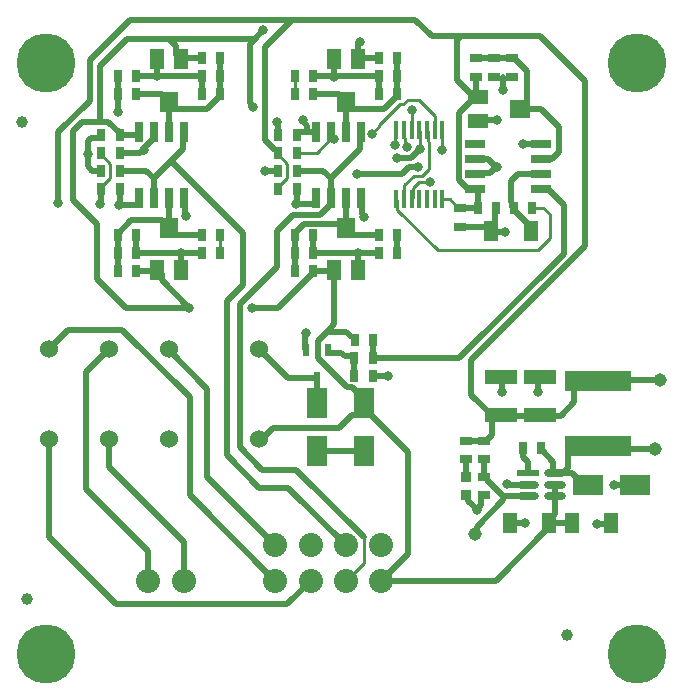
<source format=gtl>
G04*
G04 #@! TF.GenerationSoftware,Altium Limited,Altium Designer,21.6.4 (81)*
G04*
G04 Layer_Physical_Order=1*
G04 Layer_Color=255*
%FSLAX25Y25*%
%MOIN*%
G70*
G04*
G04 #@! TF.SameCoordinates,D17FD3BD-2CFD-4191-9111-5C193D633D97*
G04*
G04*
G04 #@! TF.FilePolarity,Positive*
G04*
G01*
G75*
%ADD10C,0.01000*%
%ADD14R,0.03000X0.04000*%
%ADD15R,0.04700X0.07100*%
%ADD16R,0.07000X0.02500*%
%ADD17R,0.01772X0.06000*%
%ADD18R,0.04000X0.03000*%
%ADD19R,0.07000X0.05000*%
%ADD20R,0.07000X0.06300*%
%ADD21R,0.05000X0.07000*%
%ADD22R,0.06300X0.07000*%
%ADD23R,0.02500X0.07000*%
%ADD24R,0.03500X0.03500*%
%ADD25R,0.11024X0.05118*%
%ADD26C,0.04500*%
%ADD27R,0.22441X0.07087*%
%ADD28R,0.07301X0.02410*%
G04:AMPARAMS|DCode=29|XSize=73.01mil|YSize=24.1mil|CornerRadius=12.05mil|HoleSize=0mil|Usage=FLASHONLY|Rotation=0.000|XOffset=0mil|YOffset=0mil|HoleType=Round|Shape=RoundedRectangle|*
%AMROUNDEDRECTD29*
21,1,0.07301,0.00000,0,0,0.0*
21,1,0.04891,0.02410,0,0,0.0*
1,1,0.02410,0.02445,0.00000*
1,1,0.02410,-0.02445,0.00000*
1,1,0.02410,-0.02445,0.00000*
1,1,0.02410,0.02445,0.00000*
%
%ADD29ROUNDEDRECTD29*%
%ADD30R,0.09843X0.06693*%
%ADD31R,0.06693X0.09843*%
%ADD32R,0.02362X0.03937*%
%ADD33C,0.03937*%
%ADD60C,0.02000*%
%ADD61C,0.02000*%
%ADD62C,0.19685*%
%ADD63C,0.08000*%
%ADD64C,0.06000*%
%ADD65C,0.03150*%
D10*
X368720Y381747D02*
X370925Y383953D01*
X374453D02*
X374500Y384000D01*
X370925Y383953D02*
X374453D01*
X368720Y378582D02*
Y381747D01*
X365787Y382709D02*
X369004Y385925D01*
X366161Y396725D02*
X366729Y396157D01*
X362920Y396402D02*
Y400735D01*
X362612Y396094D02*
X362920Y396402D01*
X369004Y385925D02*
X371774D01*
X374186Y388337D01*
X362920Y400735D02*
X363228Y401043D01*
X366161Y396725D02*
Y398543D01*
X366729Y395575D02*
Y396157D01*
X374186Y388337D02*
Y397139D01*
X355230Y399771D02*
Y400023D01*
X357279Y402779D02*
X364326Y409826D01*
X355230Y400023D02*
X357279Y402072D01*
Y402779D01*
X341406Y398376D02*
X342364D01*
X342581Y398159D01*
X370988Y394916D02*
X371070Y394834D01*
X370988Y394916D02*
Y400961D01*
X370905Y401043D02*
X370988Y400961D01*
X373464Y401043D02*
X373838Y400670D01*
Y397486D02*
Y400670D01*
Y397486D02*
X374186Y397139D01*
X365787Y378209D02*
Y382709D01*
X368423Y401120D02*
Y407923D01*
X368347Y401043D02*
X368423Y401120D01*
Y407923D02*
X368500Y408000D01*
X370720Y411280D02*
X376024Y405976D01*
X364326Y409826D02*
X365568D01*
X367021Y411280D02*
X370720D01*
X365568Y409826D02*
X367021Y411280D01*
X365787Y398917D02*
Y401043D01*
Y398917D02*
X366161Y398543D01*
X337030Y394000D02*
X341406Y398376D01*
X376024Y401043D02*
Y405976D01*
X336655Y393626D02*
X337030Y394000D01*
X341406Y398376D02*
Y400626D01*
X330029Y393626D02*
X336655D01*
X323782Y381626D02*
Y382126D01*
X326905Y385250D01*
X323782Y393126D02*
Y393626D01*
X326905Y385250D02*
Y390002D01*
X323782Y393126D02*
X326905Y390002D01*
X378405Y394626D02*
X378494Y394715D01*
Y400955D01*
X378583Y401043D01*
X410433Y361221D02*
X414370Y365158D01*
X363601Y374670D02*
X377051Y361221D01*
X410433D01*
X380968Y378209D02*
X382906Y376272D01*
Y376250D02*
Y376272D01*
X408529Y375126D02*
X412276D01*
X414370Y365158D02*
Y373031D01*
X412276Y375126D02*
X414370Y373031D01*
X378583Y378209D02*
X380968D01*
X382906Y376250D02*
X383906Y375250D01*
X368347Y378209D02*
X368720Y378582D01*
X363228Y378209D02*
X363601Y377836D01*
Y374670D02*
Y377836D01*
X329282Y413126D02*
Y419126D01*
X264782Y381626D02*
Y382126D01*
X267905Y385250D01*
X264782Y393126D02*
Y393626D01*
Y393126D02*
X267905Y390002D01*
Y385250D02*
Y390002D01*
X304529Y360126D02*
Y366126D01*
X352362Y256890D02*
Y265383D01*
X346457Y250984D02*
X352362Y256890D01*
D14*
X390282Y375126D02*
D03*
X396529D02*
D03*
X408529D02*
D03*
X402282D02*
D03*
X363529Y413126D02*
D03*
X357282D02*
D03*
Y419126D02*
D03*
X363529D02*
D03*
Y425126D02*
D03*
X357282D02*
D03*
X363529Y366126D02*
D03*
X357282D02*
D03*
X363529Y360126D02*
D03*
X357282D02*
D03*
X335529Y413126D02*
D03*
X329282D02*
D03*
X335529Y419126D02*
D03*
X329282D02*
D03*
Y354126D02*
D03*
X335529D02*
D03*
Y360126D02*
D03*
X329282D02*
D03*
X323782Y399626D02*
D03*
X330029D02*
D03*
Y393626D02*
D03*
X323782D02*
D03*
Y387626D02*
D03*
X330029D02*
D03*
Y381626D02*
D03*
X323782D02*
D03*
X329282Y366126D02*
D03*
X335529D02*
D03*
X298282Y360126D02*
D03*
X304529D02*
D03*
X276529Y413126D02*
D03*
X270282D02*
D03*
Y366126D02*
D03*
X276529D02*
D03*
X271029Y399626D02*
D03*
X264782D02*
D03*
X276529Y419126D02*
D03*
X270282D02*
D03*
Y354126D02*
D03*
X276529D02*
D03*
Y360126D02*
D03*
X270282D02*
D03*
X264782Y381626D02*
D03*
X271029D02*
D03*
Y387626D02*
D03*
X264782D02*
D03*
Y393626D02*
D03*
X271029D02*
D03*
X304529Y425126D02*
D03*
X298282D02*
D03*
Y419126D02*
D03*
X304529D02*
D03*
Y413126D02*
D03*
X298282D02*
D03*
Y366126D02*
D03*
X304529D02*
D03*
X411571Y295060D02*
D03*
X405324D02*
D03*
X355427Y319173D02*
D03*
X349180D02*
D03*
Y325173D02*
D03*
X355427D02*
D03*
X355530Y331196D02*
D03*
X349283D02*
D03*
D15*
X408014Y367626D02*
D03*
X394797D02*
D03*
X414222Y270028D02*
D03*
X401006D02*
D03*
X434892D02*
D03*
X421675D02*
D03*
D16*
X389405Y386626D02*
D03*
Y381626D02*
D03*
Y396626D02*
D03*
Y391626D02*
D03*
X411406Y386626D02*
D03*
Y381626D02*
D03*
Y396626D02*
D03*
Y391626D02*
D03*
D17*
X363228Y378209D02*
D03*
X365787D02*
D03*
X368347D02*
D03*
X370905D02*
D03*
X373464D02*
D03*
X376024D02*
D03*
X378583D02*
D03*
X368347Y401043D02*
D03*
X370905D02*
D03*
X378583D02*
D03*
X373464D02*
D03*
X376024D02*
D03*
X363228D02*
D03*
X365787D02*
D03*
D18*
X384405Y375250D02*
D03*
Y369002D02*
D03*
X389906Y425250D02*
D03*
Y419002D02*
D03*
X401905Y425250D02*
D03*
Y419002D02*
D03*
X395905D02*
D03*
Y425250D02*
D03*
X392500Y279376D02*
D03*
Y285624D02*
D03*
Y291376D02*
D03*
Y297624D02*
D03*
X386500Y291376D02*
D03*
Y297624D02*
D03*
D19*
X390305Y404189D02*
D03*
Y412063D02*
D03*
D20*
X404405Y408126D02*
D03*
D21*
X342469Y424726D02*
D03*
X350342D02*
D03*
Y354526D02*
D03*
X342469D02*
D03*
X283469D02*
D03*
X291342D02*
D03*
X283469Y424726D02*
D03*
X291342D02*
D03*
D22*
X346406Y410626D02*
D03*
Y368626D02*
D03*
X287405D02*
D03*
Y410626D02*
D03*
D23*
X341406Y400626D02*
D03*
X336405D02*
D03*
X351406D02*
D03*
X346406D02*
D03*
X341406Y378626D02*
D03*
X336405D02*
D03*
X351406D02*
D03*
X346406D02*
D03*
X282405Y400626D02*
D03*
X277406D02*
D03*
X292406D02*
D03*
X287405D02*
D03*
X282405Y378626D02*
D03*
X277406D02*
D03*
X292406D02*
D03*
X287405D02*
D03*
D24*
X386500Y285500D02*
D03*
Y279500D02*
D03*
D25*
X411000Y306101D02*
D03*
Y318899D02*
D03*
X398000Y306101D02*
D03*
Y318899D02*
D03*
D26*
X389500Y266500D02*
D03*
X451000Y318000D02*
D03*
X449500Y295000D02*
D03*
D27*
X430500Y296000D02*
D03*
Y317500D02*
D03*
D28*
X407027Y286675D02*
D03*
D29*
Y282935D02*
D03*
Y279195D02*
D03*
X416084D02*
D03*
Y282935D02*
D03*
Y286675D02*
D03*
D30*
X442748Y283000D02*
D03*
X427000D02*
D03*
D31*
X336803Y294299D02*
D03*
Y310047D02*
D03*
X352303Y294299D02*
D03*
Y310047D02*
D03*
D32*
X336803Y318449D02*
D03*
X333063Y327898D02*
D03*
X340543D02*
D03*
D33*
X240000Y245000D02*
D03*
X420000Y233000D02*
D03*
X238500Y404000D02*
D03*
D60*
X386500Y285500D02*
Y291376D01*
X369500Y438000D02*
X375000Y432500D01*
X328500Y438000D02*
X369500D01*
X398101Y306000D02*
X411000D01*
X274500Y438000D02*
X328500D01*
X316000Y431500D02*
X318925Y434425D01*
X261000Y424500D02*
X274500Y438000D01*
X411000Y306000D02*
X418000D01*
X319500Y429000D02*
X328500Y438000D01*
X395000Y299624D02*
Y306101D01*
X250500Y377000D02*
Y400500D01*
X264641Y381485D02*
X264782Y381626D01*
X264641Y376641D02*
Y381485D01*
X264500Y376500D02*
X264641Y376641D01*
X250500Y400500D02*
X261000Y411000D01*
Y424500D01*
X370280Y388780D02*
X370500Y389000D01*
X368209Y392000D02*
X371043Y394834D01*
X363500Y392000D02*
X368209D01*
X371043Y394834D02*
X371070D01*
X365116Y386500D02*
X367396Y388780D01*
X370280D01*
X350000Y386500D02*
X365116D01*
X319500Y387500D02*
X319563Y387563D01*
X323719D01*
X323782Y387626D01*
X314500Y430000D02*
X316000Y431500D01*
X315500Y409000D02*
Y409311D01*
X314500Y410311D02*
X315500Y409311D01*
X314500Y410311D02*
Y430000D01*
X293500Y431500D02*
X316000D01*
X293500Y431500D02*
X293500Y431500D01*
X287500Y431500D02*
X293500D01*
X278756Y394584D02*
X279067D01*
X271029Y393626D02*
X277798D01*
X278756Y394584D01*
X278863Y394788D02*
X282155Y398080D01*
X287890Y390610D02*
X292156Y394876D01*
Y400376D01*
X292406Y400626D01*
X332000Y404114D02*
Y404425D01*
Y404114D02*
X333467Y402647D01*
X323500Y404000D02*
X323641Y403859D01*
Y399767D02*
Y403859D01*
Y399767D02*
X323782Y399626D01*
X363529Y412626D02*
Y413126D01*
X348555Y408126D02*
X359029D01*
X363529Y412626D01*
X346406Y410276D02*
X348555Y408126D01*
X333467Y400626D02*
X336405D01*
X330529D02*
X333467D01*
Y402647D01*
X350342Y429843D02*
X351000Y430500D01*
X350342Y424726D02*
Y429843D01*
Y424726D02*
X350743Y425126D01*
X357282D01*
X330029Y399626D02*
Y400126D01*
X330529Y400626D01*
X322782Y394626D02*
X323282D01*
X321536Y395826D02*
X321582D01*
X322782Y394626D01*
X323782Y393626D02*
Y394126D01*
X323282Y394626D02*
X323782Y394126D01*
X319500Y397862D02*
Y429000D01*
Y397862D02*
X321536Y395826D01*
X323282Y381126D02*
X323782Y381626D01*
X282155Y400376D02*
X282405Y400626D01*
X282155Y398080D02*
Y400376D01*
X311000Y343056D02*
X323500Y355556D01*
X306700Y344200D02*
X312000Y349500D01*
X282405Y385126D02*
X287890Y390610D01*
X288390D01*
X312000Y367000D01*
Y349500D02*
Y367000D01*
X282405Y378626D02*
Y385126D01*
X279906Y387626D02*
X282405Y385126D01*
X271029Y387626D02*
X279906D01*
X323500Y355556D02*
Y367665D01*
X328667Y372832D01*
X337908D02*
X339456Y374380D01*
Y374426D01*
X341406Y376376D01*
Y378626D01*
X328667Y372832D02*
X337908D01*
X341406Y385126D02*
X351155Y394876D01*
Y400376D01*
X338906Y387626D02*
X341406Y385126D01*
X351155Y400376D02*
X351406Y400626D01*
X341406Y378626D02*
Y385126D01*
X330029Y387626D02*
X338906D01*
X342469Y336469D02*
Y353726D01*
X255500Y401000D02*
X258500Y404000D01*
X255500Y378000D02*
Y401000D01*
Y378000D02*
X263500Y370000D01*
X258500Y404000D02*
X264500D01*
Y422500D02*
X273500Y431500D01*
X264500Y404000D02*
Y422500D01*
Y404000D02*
X267155D01*
X289843Y426226D02*
X291342Y424726D01*
X289843Y426226D02*
Y429157D01*
X273500Y431500D02*
X287500D01*
X289843Y429157D01*
X267155Y404000D02*
X271029Y400126D01*
Y399626D02*
Y400126D01*
X263500Y351500D02*
Y370000D01*
X273000Y342000D02*
X294000D01*
X263500Y351500D02*
X273000Y342000D01*
X283469Y354526D02*
X284968Y353026D01*
Y351031D02*
Y353026D01*
Y351031D02*
X294000Y342000D01*
X335529Y353626D02*
Y354126D01*
X323903Y342000D02*
X335529Y353626D01*
X315000Y342000D02*
X323903D01*
X342069Y354126D02*
X342469Y353726D01*
X335529Y354126D02*
X342069D01*
X277155Y399626D02*
X277406Y399876D01*
X271029Y399626D02*
X277155D01*
X277406Y399876D02*
Y400626D01*
X291342Y424726D02*
X291742Y425126D01*
X298282D01*
X283068Y354126D02*
X283469Y354526D01*
X276529Y354126D02*
X283068D01*
X329906Y376407D02*
X336374D01*
X336405Y376376D01*
Y378626D01*
X329967Y376188D02*
Y381564D01*
X330029Y381626D01*
X384173Y325173D02*
X419000Y360000D01*
Y376281D01*
X413656Y381626D02*
X419000Y376281D01*
X411406Y381626D02*
X413656D01*
X355427Y325173D02*
X384173D01*
X355478Y331145D02*
X355530Y331196D01*
X355427Y325173D02*
X355478Y325225D01*
Y331145D01*
X388148Y324648D02*
X426000Y362500D01*
Y417500D01*
X411000Y432500D02*
X426000Y417500D01*
X384672Y432500D02*
X411000D01*
X375000D02*
X384672D01*
X383500Y417869D02*
Y431328D01*
X384672Y432500D01*
X411406Y408126D02*
X417406Y402126D01*
Y393798D02*
Y402126D01*
X415234Y391626D02*
X417406Y393798D01*
X363529Y359626D02*
Y360126D01*
Y366126D01*
X390220Y375188D02*
X390282Y375126D01*
X396029Y368858D02*
Y374626D01*
X395297Y367126D02*
X399606D01*
X393447Y369002D02*
X394797Y367652D01*
Y367626D02*
X396029Y368858D01*
X394797Y367626D02*
X395297Y367126D01*
X394797Y367626D02*
Y367652D01*
X411406Y391626D02*
X415234D01*
X405526Y396640D02*
X411392D01*
X411406Y396626D01*
X404755Y408126D02*
X411406D01*
X403905Y386626D02*
X411406D01*
X401405Y384126D02*
X403905Y386626D01*
X401405Y377298D02*
X401782Y376921D01*
X401405Y377298D02*
Y384126D01*
X385446Y383290D02*
X385491D01*
X387156Y381626D01*
X401782Y375626D02*
Y376921D01*
X406664Y368976D02*
X408014Y367626D01*
X402282Y374626D02*
X406664Y370244D01*
Y368976D02*
Y370244D01*
X401782Y375626D02*
X402282Y375126D01*
Y374626D02*
Y375126D01*
X396029Y374626D02*
X396529Y375126D01*
X384105Y384630D02*
X385446Y383290D01*
X384105Y384630D02*
Y406863D01*
X384405Y369002D02*
X393447D01*
X384467Y375188D02*
X390220D01*
X390282Y375126D02*
Y381376D01*
X387156Y381626D02*
X389405D01*
X390032D02*
X390282Y381376D01*
X389405Y381626D02*
X390032D01*
X384405Y375250D02*
X384467Y375188D01*
X383906Y375250D02*
X384405D01*
X389906Y413500D02*
Y419002D01*
X384105Y406863D02*
X389705Y412463D01*
X390644Y404528D02*
X396654D01*
X398842Y414590D02*
Y418939D01*
X398622Y414370D02*
X398842Y414590D01*
X383500Y417869D02*
X387868Y413500D01*
X389705Y412463D02*
X389906D01*
X387868Y413500D02*
X389906D01*
Y412463D02*
Y413500D01*
X404755Y408126D02*
X406906Y410276D01*
Y420750D01*
X405512Y396654D02*
X405526Y396640D01*
X404405Y408126D02*
X404755D01*
X396342Y388779D02*
X396654D01*
X363529Y413126D02*
Y419126D01*
Y425126D01*
X398842Y418939D02*
X398905Y419002D01*
X389844Y425188D02*
X389906Y425250D01*
X395905D02*
X401905D01*
X402406D01*
X389906D02*
X395905D01*
X402406D02*
X406906Y420750D01*
X393746Y391376D02*
X396342Y388779D01*
X389405Y386626D02*
X389655Y386876D01*
X389405Y391626D02*
X389655Y391376D01*
X394439Y386876D02*
X396342Y388779D01*
X389655Y386876D02*
X394439D01*
X390305Y404189D02*
X390644Y404528D01*
X389655Y391376D02*
X393746D01*
X342484Y419016D02*
X342500Y419000D01*
X342563Y419063D01*
X335592D02*
X342437D01*
X342500Y419000D01*
X342469Y424726D02*
X342484Y424710D01*
Y419016D02*
Y424710D01*
X342563Y419063D02*
X357219D01*
X357282Y413126D02*
Y419126D01*
X357219Y419063D02*
X357282Y419126D01*
X350374Y354557D02*
Y360094D01*
X350406Y360126D01*
X352406Y372126D02*
Y372437D01*
X351656Y373187D02*
X352406Y372437D01*
X350342Y354526D02*
X350374Y354557D01*
X350406Y360126D02*
X357282D01*
X335529Y419126D02*
X335592Y419063D01*
X335529Y360126D02*
X350406D01*
X329282Y354126D02*
Y360126D01*
X335529D02*
Y366126D01*
X329282Y360126D02*
Y366126D01*
X335529Y413126D02*
X344255D01*
X346406Y410626D02*
Y410976D01*
Y410276D02*
Y410626D01*
X344255Y413126D02*
X346406Y410976D01*
Y400626D02*
Y410276D01*
X351406Y378626D02*
X351656Y378376D01*
X329282Y366126D02*
X329782Y366626D01*
Y367126D01*
X332610Y369954D01*
X351656Y373187D02*
Y378376D01*
X346406Y368626D02*
Y368976D01*
Y368276D02*
X348555Y366126D01*
X346406Y368976D02*
Y378626D01*
X348555Y366126D02*
X357282D01*
X345077Y369954D02*
X346406Y368626D01*
X332610Y369954D02*
X345077D01*
X291374Y360094D02*
X291406Y360126D01*
X291342Y354526D02*
X291374Y354557D01*
X287405Y368276D02*
X289556Y366126D01*
X291374Y354557D02*
Y360094D01*
X276529Y413126D02*
X285256D01*
X270282D02*
X270344Y413064D01*
X287405Y410276D02*
Y410626D01*
X285256Y413126D02*
X287405Y410976D01*
Y410626D02*
Y410976D01*
X270344Y407188D02*
Y413064D01*
Y407188D02*
X270406Y407126D01*
X287405Y368626D02*
Y368976D01*
Y368276D02*
Y368626D01*
X264782Y399126D02*
Y399626D01*
X264282Y398626D02*
X264782Y399126D01*
X261405Y398626D02*
X264282D01*
X264782Y399626D02*
Y400126D01*
X276529Y419126D02*
X283405D01*
X270282Y413126D02*
Y419126D01*
X287405Y400626D02*
Y410276D01*
X270282Y354126D02*
Y360126D01*
Y366126D01*
Y366626D01*
X270967Y381564D02*
X271029Y381626D01*
X270967Y376188D02*
Y381564D01*
X270905Y376126D02*
X270967Y376188D01*
X260405Y397626D02*
X261405Y398626D01*
X260405Y389126D02*
X261906Y387626D01*
X264782D01*
X260405Y389126D02*
Y397626D01*
X287405Y368976D02*
Y378626D01*
X270905Y376126D02*
X277155D01*
X277406Y376376D02*
Y378626D01*
X274782Y371126D02*
X285256D01*
X277155Y376126D02*
X277406Y376376D01*
X270282Y366626D02*
X274782Y371126D01*
X285256D02*
X287405Y368976D01*
X276529Y360126D02*
Y366126D01*
X287405Y410276D02*
X289556Y408126D01*
X283437Y424694D02*
X283469Y424726D01*
X283405Y419126D02*
X298282D01*
X283405D02*
X283437Y419158D01*
Y424694D01*
X291406Y360126D02*
X298282D01*
X276529D02*
X291406D01*
X298282Y413126D02*
Y419126D01*
X304529Y412626D02*
Y413126D01*
Y419126D02*
Y425126D01*
Y413126D02*
Y419126D01*
X300029Y408126D02*
X304529Y412626D01*
X293121Y372342D02*
Y372653D01*
X292655Y373118D02*
X293121Y372653D01*
X289556Y366126D02*
X298282D01*
X292406Y378626D02*
X292655Y378376D01*
Y373118D02*
Y378376D01*
X289556Y408126D02*
X300029D01*
X311000Y295500D02*
Y343056D01*
Y295500D02*
X318500Y288000D01*
X327181Y318449D02*
X336803D01*
X317402Y328228D02*
X327181Y318449D01*
X336803Y310047D02*
Y318449D01*
X344078Y301822D02*
X348382Y306126D01*
X322078Y301822D02*
X344078D01*
X349957Y306126D02*
X352303Y308472D01*
Y310047D01*
X348382Y306126D02*
X349957D01*
X318484Y298228D02*
X322078Y301822D01*
X317402Y298228D02*
X318484D01*
X329745Y288000D02*
X352362Y265383D01*
X318500Y288000D02*
X329745D01*
X340000Y334000D02*
X342469Y336469D01*
X349283Y331196D02*
Y331696D01*
X348782Y332196D02*
X349283Y331696D01*
X348283Y332196D02*
X348782D01*
X346479Y334000D02*
X348283Y332196D01*
X340000Y334000D02*
X346479D01*
X337000Y331000D02*
X340000Y334000D01*
X337000Y325307D02*
Y331000D01*
Y325307D02*
X346934Y315373D01*
X348552D01*
X352303Y311622D01*
Y310047D02*
Y311622D01*
X367000Y259717D02*
Y293776D01*
X352303Y308472D02*
X367000Y293776D01*
X358268Y250984D02*
X367000Y259717D01*
X306700Y292800D02*
X317500Y282000D01*
X327260D02*
X346457Y262803D01*
X317500Y282000D02*
X327260D01*
X306700Y292800D02*
Y344200D01*
X352362Y265383D02*
Y265383D01*
X358268Y250984D02*
X396379D01*
X414222Y268828D01*
X388148Y313000D02*
Y324648D01*
X253819Y334646D02*
X271654D01*
X247402Y328228D02*
X253819Y334646D01*
X271654D02*
X294291Y312008D01*
X395047Y306101D02*
X398000D01*
X388148Y313000D02*
X395047Y306101D01*
X414222Y268828D02*
Y270028D01*
X398000Y318899D02*
X398500Y318399D01*
Y314000D02*
Y318399D01*
X410500D02*
X411000Y318899D01*
X410500Y314000D02*
Y318399D01*
X391500Y276311D02*
Y278876D01*
X386500Y279500D02*
X387250Y278750D01*
Y277561D02*
Y278750D01*
X392500Y285624D02*
Y291376D01*
X390000Y274500D02*
Y274811D01*
X391500Y276311D01*
X387250Y277561D02*
X390000Y274811D01*
X393500Y284624D02*
Y285124D01*
X391500Y278876D02*
X392000Y279376D01*
X392500D01*
X393500Y284624D02*
X398850Y279273D01*
Y277850D02*
Y279273D01*
X400166Y283013D02*
X400205Y282974D01*
X406988D01*
X398850Y279273D02*
X406948D01*
X393000Y285624D02*
X393500Y285124D01*
X392500Y285624D02*
X393000D01*
X398000Y306101D02*
X398101Y306000D01*
X393000Y297624D02*
X395000Y299624D01*
X392500Y297624D02*
X393000D01*
X386500D02*
X392500D01*
X416084Y273089D02*
Y279195D01*
X415500Y286864D02*
Y290624D01*
X422500Y314957D02*
X425043Y317500D01*
X422500Y310500D02*
Y314957D01*
X418000Y306000D02*
X422500Y310500D01*
X401006Y270028D02*
X406091D01*
X406111Y270048D01*
X389978Y266978D02*
Y268978D01*
X398850Y277850D01*
X389500Y266500D02*
X389978Y266978D01*
X425043Y317500D02*
X430500D01*
X431000Y318000D01*
X451000D01*
X405324Y292254D02*
Y295060D01*
X406988Y282974D02*
X407027Y282935D01*
X406948Y279273D02*
X407027Y279195D01*
Y286675D02*
Y290551D01*
X411624Y294500D02*
Y295000D01*
Y294500D02*
X415500Y290624D01*
X405324Y292254D02*
X407027Y290551D01*
X435858Y283000D02*
X442748D01*
X425425D02*
X427000D01*
X421907Y286675D02*
X423079Y285503D01*
Y285347D02*
Y285503D01*
Y285347D02*
X425425Y283000D01*
X434864Y270000D02*
X434892Y270028D01*
X430000Y270000D02*
X434864D01*
X415500Y286864D02*
X415689Y286675D01*
X416084D01*
X418419D01*
X421907D01*
X416084Y279195D02*
Y282935D01*
X414222Y271228D02*
X416084Y273089D01*
X414222Y270028D02*
Y271228D01*
Y270028D02*
X421675D01*
X418419Y286675D02*
X420280Y288536D01*
X422823Y296000D02*
X430500D01*
X420280Y293457D02*
X422823Y296000D01*
X420280Y288536D02*
Y293457D01*
X430500Y296000D02*
X431500Y295000D01*
X449500D01*
X259842Y281496D02*
X280512Y260827D01*
Y250984D02*
Y260827D01*
X259842Y281496D02*
Y320669D01*
X267402Y328228D01*
Y288701D02*
X292323Y263779D01*
Y250984D02*
Y263779D01*
X267402Y288701D02*
Y298228D01*
X269685Y243110D02*
X326772D01*
X334646Y250984D01*
X247402Y265394D02*
X269685Y243110D01*
X247402Y265394D02*
Y298228D01*
X300197Y285456D02*
Y314961D01*
Y285456D02*
X322835Y262818D01*
X287402Y327756D02*
X300197Y314961D01*
X294291Y279528D02*
X322835Y250984D01*
X294291Y279528D02*
Y312008D01*
X322835Y262803D02*
Y262818D01*
X287402Y327756D02*
Y328228D01*
X336803Y294299D02*
X352303D01*
X340724Y326929D02*
X344783D01*
X340543Y327110D02*
X340724Y326929D01*
X340543Y327110D02*
Y327898D01*
X332933Y328028D02*
X333063Y327898D01*
X332933Y328028D02*
Y333043D01*
X333081Y333191D01*
Y333451D01*
X349180Y319173D02*
Y325224D01*
X344783Y326929D02*
X345988Y325725D01*
X355427Y319173D02*
X360303D01*
X345988Y325725D02*
X348680D01*
X349180Y325224D01*
X439183Y226575D02*
X443425D01*
D61*
X449425Y417425D02*
D03*
X437425D02*
D03*
Y429425D02*
D03*
X434925Y423425D02*
D03*
X443425Y414925D02*
D03*
X449425Y429425D02*
D03*
X451925Y423425D02*
D03*
X443425Y431925D02*
D03*
X246575D02*
D03*
X255075Y423425D02*
D03*
X252575Y429425D02*
D03*
X246575Y414925D02*
D03*
X238075Y423425D02*
D03*
X240575Y429425D02*
D03*
Y417425D02*
D03*
X252575D02*
D03*
X246575Y235075D02*
D03*
X255075Y226575D02*
D03*
X252575Y232575D02*
D03*
X246575Y218075D02*
D03*
X238075Y226575D02*
D03*
X240575Y232575D02*
D03*
Y220575D02*
D03*
X252575D02*
D03*
X443425Y235075D02*
D03*
X451925Y226575D02*
D03*
X449425Y232575D02*
D03*
X443425Y218075D02*
D03*
X434925Y226575D02*
D03*
X437425Y232575D02*
D03*
Y220575D02*
D03*
X449425D02*
D03*
D62*
X443425Y423425D02*
D03*
X246575D02*
D03*
Y226575D02*
D03*
X443425D02*
D03*
D63*
X280512Y250984D02*
D03*
X292323D02*
D03*
X334646Y262803D02*
D03*
X346457D02*
D03*
X334646Y250984D02*
D03*
X346457D02*
D03*
X358268D02*
D03*
Y262803D02*
D03*
X322835Y250984D02*
D03*
Y262803D02*
D03*
D64*
X247402Y328228D02*
D03*
Y298228D02*
D03*
X267402Y328228D02*
D03*
Y298228D02*
D03*
X287402Y328228D02*
D03*
Y298228D02*
D03*
X317402Y328228D02*
D03*
Y298228D02*
D03*
D65*
X318925Y434425D02*
D03*
X250500Y377000D02*
D03*
X264500Y376500D02*
D03*
X374500Y384000D02*
D03*
X362612Y396094D02*
D03*
X366729Y395575D02*
D03*
X370500Y389000D02*
D03*
X363500Y392000D02*
D03*
X350000Y386500D02*
D03*
X355230Y399771D02*
D03*
X342581Y398159D02*
D03*
X319500Y387500D02*
D03*
X371070Y394834D02*
D03*
X368500Y408000D02*
D03*
X279067Y394584D02*
D03*
X332000Y404425D02*
D03*
X323500Y404000D02*
D03*
X315500Y409000D02*
D03*
X351000Y430500D02*
D03*
X294000Y342000D02*
D03*
X315000D02*
D03*
X329906Y376407D02*
D03*
X378405Y394626D02*
D03*
X405512Y396654D02*
D03*
X398622Y414370D02*
D03*
X396654Y404528D02*
D03*
X399606Y367126D02*
D03*
X396654Y388779D02*
D03*
X350406Y360126D02*
D03*
X352406Y372126D02*
D03*
X342500Y419000D02*
D03*
X270905Y376126D02*
D03*
X260500Y393250D02*
D03*
X293121Y372342D02*
D03*
X291406Y360126D02*
D03*
X283405Y419126D02*
D03*
X270406Y407126D02*
D03*
X398500Y314000D02*
D03*
X410500D02*
D03*
X400166Y283013D02*
D03*
X435858Y283000D02*
D03*
X430000Y270000D02*
D03*
X406111Y270048D02*
D03*
X390000Y274500D02*
D03*
X333081Y333451D02*
D03*
X360303Y319173D02*
D03*
M02*

</source>
